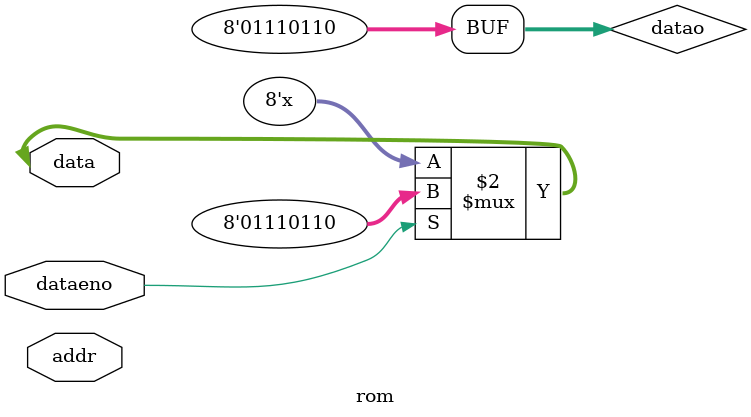
<source format=v>
`timescale 1ns / 1ps

module rom(addr, data, dataeno);

   input [10:0] addr;
   inout [7:0] data;
   input dataeno;

   reg [7:0] datao;

   always @(addr) case (addr)

      `include "test.rom" // get contents of memory
     
      default datao = 8'h76; // hlt
   
   endcase

   // Enable drive for data output
   assign data = dataeno ? datao: 8'bz;
   
endmodule

</source>
